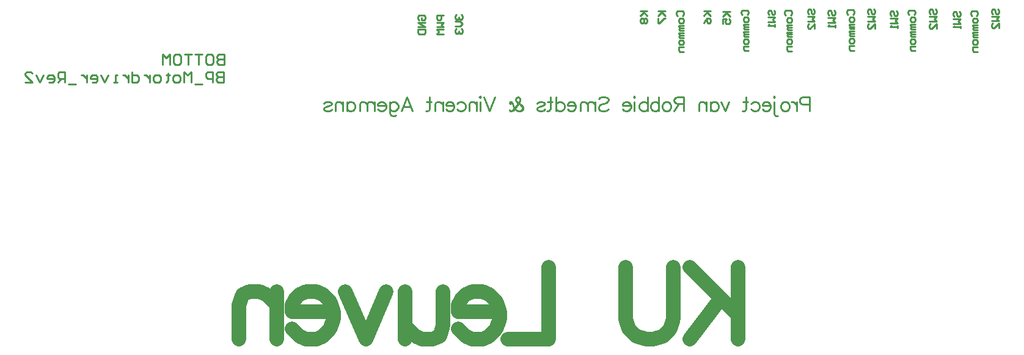
<source format=gbo>
G04 Layer_Color=32896*
%FSLAX44Y44*%
%MOMM*%
G71*
G01*
G75*
%ADD52C,0.2540*%
%ADD122C,2.0000*%
D52*
X741169Y961000D02*
X739503Y959334D01*
Y956002D01*
X741169Y954335D01*
X742835D01*
X744502Y956002D01*
Y957668D01*
Y956002D01*
X746168Y954335D01*
X747834D01*
X749500Y956002D01*
Y959334D01*
X747834Y961000D01*
X739503Y951003D02*
X746168D01*
X749500Y947671D01*
X746168Y944339D01*
X739503D01*
X741169Y941006D02*
X739503Y939340D01*
Y936008D01*
X741169Y934342D01*
X742835D01*
X744502Y936008D01*
Y937674D01*
Y936008D01*
X746168Y934342D01*
X747834D01*
X749500Y936008D01*
Y939340D01*
X747834Y941006D01*
X689669Y953335D02*
X688003Y955002D01*
Y958334D01*
X689669Y960000D01*
X696334D01*
X698000Y958334D01*
Y955002D01*
X696334Y953335D01*
X693002D01*
Y956668D01*
X698000Y950003D02*
X688003D01*
X698000Y943339D01*
X688003D01*
Y940006D02*
X698000D01*
Y935008D01*
X696334Y933342D01*
X689669D01*
X688003Y935008D01*
Y940006D01*
X723500Y960000D02*
X713503D01*
Y955002D01*
X715169Y953335D01*
X718502D01*
X720168Y955002D01*
Y960000D01*
X713503Y950003D02*
X723500D01*
X720168Y946671D01*
X723500Y943339D01*
X713503D01*
X723500Y940006D02*
X713503D01*
X716835Y936674D01*
X713503Y933342D01*
X723500D01*
X995503Y965500D02*
X1005500D01*
X1002168D01*
X995503Y958836D01*
X1000502Y963834D01*
X1005500Y958836D01*
X997169Y955503D02*
X995503Y953837D01*
Y950505D01*
X997169Y948839D01*
X998836D01*
X1000502Y950505D01*
X1002168Y948839D01*
X1003834D01*
X1005500Y950505D01*
Y953837D01*
X1003834Y955503D01*
X1002168D01*
X1000502Y953837D01*
X998836Y955503D01*
X997169D01*
X1000502Y953837D02*
Y950505D01*
X1020503Y965500D02*
X1030500D01*
X1027168D01*
X1020503Y958836D01*
X1025502Y963834D01*
X1030500Y958836D01*
X1020503Y955503D02*
Y948839D01*
X1022169D01*
X1028834Y955503D01*
X1030500D01*
X1083503Y965500D02*
X1093500D01*
X1090168D01*
X1083503Y958836D01*
X1088502Y963834D01*
X1093500Y958836D01*
X1083503Y948839D02*
X1085169Y952171D01*
X1088502Y955503D01*
X1091834D01*
X1093500Y953837D01*
Y950505D01*
X1091834Y948839D01*
X1090168D01*
X1088502Y950505D01*
Y955503D01*
X1110503Y964500D02*
X1120500D01*
X1117168D01*
X1110503Y957835D01*
X1115502Y962834D01*
X1120500Y957835D01*
X1110503Y947839D02*
Y954503D01*
X1115502D01*
X1113836Y951171D01*
Y949505D01*
X1115502Y947839D01*
X1118834D01*
X1120500Y949505D01*
Y952837D01*
X1118834Y954503D01*
X1229169Y961336D02*
X1227503Y963002D01*
Y966334D01*
X1229169Y968000D01*
X1230835D01*
X1232502Y966334D01*
Y963002D01*
X1234168Y961336D01*
X1235834D01*
X1237500Y963002D01*
Y966334D01*
X1235834Y968000D01*
X1227503Y958003D02*
X1237500D01*
X1234168Y954671D01*
X1237500Y951339D01*
X1227503D01*
X1237500Y941342D02*
Y948006D01*
X1230835Y941342D01*
X1229169D01*
X1227503Y943008D01*
Y946340D01*
X1229169Y948006D01*
X1312669Y961336D02*
X1311003Y963002D01*
Y966334D01*
X1312669Y968000D01*
X1314335D01*
X1316002Y966334D01*
Y963002D01*
X1317668Y961336D01*
X1319334D01*
X1321000Y963002D01*
Y966334D01*
X1319334Y968000D01*
X1311003Y958003D02*
X1321000D01*
X1317668Y954671D01*
X1321000Y951339D01*
X1311003D01*
X1321000Y941342D02*
Y948006D01*
X1314335Y941342D01*
X1312669D01*
X1311003Y943008D01*
Y946340D01*
X1312669Y948006D01*
X1398169Y961336D02*
X1396503Y963002D01*
Y966334D01*
X1398169Y968000D01*
X1399836D01*
X1401502Y966334D01*
Y963002D01*
X1403168Y961336D01*
X1404834D01*
X1406500Y963002D01*
Y966334D01*
X1404834Y968000D01*
X1396503Y958003D02*
X1406500D01*
X1403168Y954671D01*
X1406500Y951339D01*
X1396503D01*
X1406500Y941342D02*
Y948006D01*
X1399836Y941342D01*
X1398169D01*
X1396503Y943008D01*
Y946340D01*
X1398169Y948006D01*
X1484169Y961835D02*
X1482503Y963502D01*
Y966834D01*
X1484169Y968500D01*
X1485836D01*
X1487502Y966834D01*
Y963502D01*
X1489168Y961835D01*
X1490834D01*
X1492500Y963502D01*
Y966834D01*
X1490834Y968500D01*
X1482503Y958503D02*
X1492500D01*
X1489168Y955171D01*
X1492500Y951839D01*
X1482503D01*
X1492500Y941842D02*
Y948506D01*
X1485836Y941842D01*
X1484169D01*
X1482503Y943508D01*
Y946840D01*
X1484169Y948506D01*
X1431169Y958335D02*
X1429503Y960002D01*
Y963334D01*
X1431169Y965000D01*
X1432836D01*
X1434502Y963334D01*
Y960002D01*
X1436168Y958335D01*
X1437834D01*
X1439500Y960002D01*
Y963334D01*
X1437834Y965000D01*
X1429503Y955003D02*
X1439500D01*
X1436168Y951671D01*
X1439500Y948339D01*
X1429503D01*
X1439500Y945006D02*
Y941674D01*
Y943340D01*
X1429503D01*
X1431169Y945006D01*
X1343669Y958836D02*
X1342003Y960502D01*
Y963834D01*
X1343669Y965500D01*
X1345336D01*
X1347002Y963834D01*
Y960502D01*
X1348668Y958836D01*
X1350334D01*
X1352000Y960502D01*
Y963834D01*
X1350334Y965500D01*
X1342003Y955503D02*
X1352000D01*
X1348668Y952171D01*
X1352000Y948839D01*
X1342003D01*
X1352000Y945506D02*
Y942174D01*
Y943840D01*
X1342003D01*
X1343669Y945506D01*
X1257169Y959836D02*
X1255503Y961502D01*
Y964834D01*
X1257169Y966500D01*
X1258836D01*
X1260502Y964834D01*
Y961502D01*
X1262168Y959836D01*
X1263834D01*
X1265500Y961502D01*
Y964834D01*
X1263834Y966500D01*
X1255503Y956503D02*
X1265500D01*
X1262168Y953171D01*
X1265500Y949839D01*
X1255503D01*
X1265500Y946506D02*
Y943174D01*
Y944840D01*
X1255503D01*
X1257169Y946506D01*
X1174169Y960335D02*
X1172503Y962002D01*
Y965334D01*
X1174169Y967000D01*
X1175835D01*
X1177502Y965334D01*
Y962002D01*
X1179168Y960335D01*
X1180834D01*
X1182500Y962002D01*
Y965334D01*
X1180834Y967000D01*
X1172503Y957003D02*
X1182500D01*
X1179168Y953671D01*
X1182500Y950339D01*
X1172503D01*
X1182500Y947006D02*
Y943674D01*
Y945340D01*
X1172503D01*
X1174169Y947006D01*
X1455169Y959335D02*
X1453503Y961002D01*
Y964334D01*
X1455169Y966000D01*
X1461834D01*
X1463500Y964334D01*
Y961002D01*
X1461834Y959335D01*
X1463500Y954337D02*
Y951005D01*
X1461834Y949339D01*
X1458502D01*
X1456835Y951005D01*
Y954337D01*
X1458502Y956003D01*
X1461834D01*
X1463500Y954337D01*
Y946006D02*
X1456835D01*
Y944340D01*
X1458502Y942674D01*
X1463500D01*
X1458502D01*
X1456835Y941008D01*
X1458502Y939342D01*
X1463500D01*
Y936010D02*
X1456835D01*
Y934343D01*
X1458502Y932677D01*
X1463500D01*
X1458502D01*
X1456835Y931011D01*
X1458502Y929345D01*
X1463500D01*
Y924347D02*
Y921014D01*
X1461834Y919348D01*
X1458502D01*
X1456835Y921014D01*
Y924347D01*
X1458502Y926013D01*
X1461834D01*
X1463500Y924347D01*
Y916016D02*
X1456835D01*
Y911018D01*
X1458502Y909352D01*
X1463500D01*
X1368669Y960335D02*
X1367003Y962002D01*
Y965334D01*
X1368669Y967000D01*
X1375334D01*
X1377000Y965334D01*
Y962002D01*
X1375334Y960335D01*
X1377000Y955337D02*
Y952005D01*
X1375334Y950339D01*
X1372002D01*
X1370336Y952005D01*
Y955337D01*
X1372002Y957003D01*
X1375334D01*
X1377000Y955337D01*
Y947006D02*
X1370336D01*
Y945340D01*
X1372002Y943674D01*
X1377000D01*
X1372002D01*
X1370336Y942008D01*
X1372002Y940342D01*
X1377000D01*
Y937010D02*
X1370336D01*
Y935343D01*
X1372002Y933677D01*
X1377000D01*
X1372002D01*
X1370336Y932011D01*
X1372002Y930345D01*
X1377000D01*
Y925347D02*
Y922014D01*
X1375334Y920348D01*
X1372002D01*
X1370336Y922014D01*
Y925347D01*
X1372002Y927013D01*
X1375334D01*
X1377000Y925347D01*
Y917016D02*
X1370336D01*
Y912018D01*
X1372002Y910352D01*
X1377000D01*
X1283669Y960835D02*
X1282003Y962502D01*
Y965834D01*
X1283669Y967500D01*
X1290334D01*
X1292000Y965834D01*
Y962502D01*
X1290334Y960835D01*
X1292000Y955837D02*
Y952505D01*
X1290334Y950839D01*
X1287002D01*
X1285336Y952505D01*
Y955837D01*
X1287002Y957503D01*
X1290334D01*
X1292000Y955837D01*
Y947506D02*
X1285336D01*
Y945840D01*
X1287002Y944174D01*
X1292000D01*
X1287002D01*
X1285336Y942508D01*
X1287002Y940842D01*
X1292000D01*
Y937510D02*
X1285336D01*
Y935844D01*
X1287002Y934177D01*
X1292000D01*
X1287002D01*
X1285336Y932511D01*
X1287002Y930845D01*
X1292000D01*
Y925847D02*
Y922514D01*
X1290334Y920848D01*
X1287002D01*
X1285336Y922514D01*
Y925847D01*
X1287002Y927513D01*
X1290334D01*
X1292000Y925847D01*
Y917516D02*
X1285336D01*
Y912518D01*
X1287002Y910852D01*
X1292000D01*
X1197669Y959836D02*
X1196003Y961502D01*
Y964834D01*
X1197669Y966500D01*
X1204334D01*
X1206000Y964834D01*
Y961502D01*
X1204334Y959836D01*
X1206000Y954837D02*
Y951505D01*
X1204334Y949839D01*
X1201002D01*
X1199335Y951505D01*
Y954837D01*
X1201002Y956503D01*
X1204334D01*
X1206000Y954837D01*
Y946506D02*
X1199335D01*
Y944840D01*
X1201002Y943174D01*
X1206000D01*
X1201002D01*
X1199335Y941508D01*
X1201002Y939842D01*
X1206000D01*
Y936510D02*
X1199335D01*
Y934844D01*
X1201002Y933177D01*
X1206000D01*
X1201002D01*
X1199335Y931511D01*
X1201002Y929845D01*
X1206000D01*
Y924847D02*
Y921515D01*
X1204334Y919848D01*
X1201002D01*
X1199335Y921515D01*
Y924847D01*
X1201002Y926513D01*
X1204334D01*
X1206000Y924847D01*
Y916516D02*
X1199335D01*
Y911518D01*
X1201002Y909852D01*
X1206000D01*
X1137169Y960335D02*
X1135503Y962002D01*
Y965334D01*
X1137169Y967000D01*
X1143834D01*
X1145500Y965334D01*
Y962002D01*
X1143834Y960335D01*
X1145500Y955337D02*
Y952005D01*
X1143834Y950339D01*
X1140502D01*
X1138836Y952005D01*
Y955337D01*
X1140502Y957003D01*
X1143834D01*
X1145500Y955337D01*
Y947006D02*
X1138836D01*
Y945340D01*
X1140502Y943674D01*
X1145500D01*
X1140502D01*
X1138836Y942008D01*
X1140502Y940342D01*
X1145500D01*
Y937010D02*
X1138836D01*
Y935343D01*
X1140502Y933677D01*
X1145500D01*
X1140502D01*
X1138836Y932011D01*
X1140502Y930345D01*
X1145500D01*
Y925347D02*
Y922014D01*
X1143834Y920348D01*
X1140502D01*
X1138836Y922014D01*
Y925347D01*
X1140502Y927013D01*
X1143834D01*
X1145500Y925347D01*
Y917016D02*
X1138836D01*
Y912018D01*
X1140502Y910352D01*
X1145500D01*
X1047669Y958836D02*
X1046003Y960502D01*
Y963834D01*
X1047669Y965500D01*
X1054334D01*
X1056000Y963834D01*
Y960502D01*
X1054334Y958836D01*
X1056000Y953837D02*
Y950505D01*
X1054334Y948839D01*
X1051002D01*
X1049335Y950505D01*
Y953837D01*
X1051002Y955503D01*
X1054334D01*
X1056000Y953837D01*
Y945506D02*
X1049335D01*
Y943840D01*
X1051002Y942174D01*
X1056000D01*
X1051002D01*
X1049335Y940508D01*
X1051002Y938842D01*
X1056000D01*
Y935510D02*
X1049335D01*
Y933844D01*
X1051002Y932177D01*
X1056000D01*
X1051002D01*
X1049335Y930511D01*
X1051002Y928845D01*
X1056000D01*
Y923847D02*
Y920515D01*
X1054334Y918848D01*
X1051002D01*
X1049335Y920515D01*
Y923847D01*
X1051002Y925513D01*
X1054334D01*
X1056000Y923847D01*
Y915516D02*
X1049335D01*
Y910518D01*
X1051002Y908852D01*
X1056000D01*
X419000Y905995D02*
Y891000D01*
X411502D01*
X409003Y893499D01*
Y895998D01*
X411502Y898498D01*
X419000D01*
X411502D01*
X409003Y900997D01*
Y903496D01*
X411502Y905995D01*
X419000D01*
X396507D02*
X401506D01*
X404005Y903496D01*
Y893499D01*
X401506Y891000D01*
X396507D01*
X394008Y893499D01*
Y903496D01*
X396507Y905995D01*
X389010D02*
X379013D01*
X384011D01*
Y891000D01*
X374015Y905995D02*
X364018D01*
X369016D01*
Y891000D01*
X351522Y905995D02*
X356520D01*
X359019Y903496D01*
Y893499D01*
X356520Y891000D01*
X351522D01*
X349023Y893499D01*
Y903496D01*
X351522Y905995D01*
X344024Y891000D02*
Y905995D01*
X339026Y900997D01*
X334027Y905995D01*
Y891000D01*
X418500Y881495D02*
Y866500D01*
X411002D01*
X408503Y868999D01*
Y871498D01*
X411002Y873998D01*
X418500D01*
X411002D01*
X408503Y876497D01*
Y878996D01*
X411002Y881495D01*
X418500D01*
X403505Y866500D02*
Y881495D01*
X396007D01*
X393508Y878996D01*
Y873998D01*
X396007Y871498D01*
X403505D01*
X388510Y864001D02*
X378513D01*
X373515Y866500D02*
Y881495D01*
X368516Y876497D01*
X363518Y881495D01*
Y866500D01*
X356020D02*
X351022D01*
X348523Y868999D01*
Y873998D01*
X351022Y876497D01*
X356020D01*
X358519Y873998D01*
Y868999D01*
X356020Y866500D01*
X341025Y878996D02*
Y876497D01*
X343524D01*
X338526D01*
X341025D01*
Y868999D01*
X338526Y866500D01*
X328529D02*
X323531D01*
X321032Y868999D01*
Y873998D01*
X323531Y876497D01*
X328529D01*
X331028Y873998D01*
Y868999D01*
X328529Y866500D01*
X316033Y876497D02*
Y866500D01*
Y871498D01*
X313534Y873998D01*
X311035Y876497D01*
X308536D01*
X291041Y881495D02*
Y866500D01*
X298539D01*
X301038Y868999D01*
Y873998D01*
X298539Y876497D01*
X291041D01*
X286043D02*
Y866500D01*
Y871498D01*
X283544Y873998D01*
X281045Y876497D01*
X278545D01*
X271048Y866500D02*
X266049D01*
X268549D01*
Y876497D01*
X271048D01*
X258552D02*
X253553Y866500D01*
X248555Y876497D01*
X236059Y866500D02*
X241057D01*
X243557Y868999D01*
Y873998D01*
X241057Y876497D01*
X236059D01*
X233560Y873998D01*
Y871498D01*
X243557D01*
X228561Y876497D02*
Y866500D01*
Y871498D01*
X226062Y873998D01*
X223563Y876497D01*
X221064D01*
X213566Y864001D02*
X203570D01*
X198571Y866500D02*
Y881495D01*
X191074D01*
X188575Y878996D01*
Y873998D01*
X191074Y871498D01*
X198571D01*
X193573D02*
X188575Y866500D01*
X176078D02*
X181077D01*
X183576Y868999D01*
Y873998D01*
X181077Y876497D01*
X176078D01*
X173579Y873998D01*
Y871498D01*
X183576D01*
X168581Y876497D02*
X163582Y866500D01*
X158584Y876497D01*
X143589Y866500D02*
X153586D01*
X143589Y876497D01*
Y878996D01*
X146088Y881495D01*
X151087D01*
X153586Y878996D01*
X1230000Y836022D02*
X1221430D01*
X1218574Y836974D01*
X1217622Y837926D01*
X1216669Y839830D01*
Y842687D01*
X1217622Y844591D01*
X1218574Y845544D01*
X1221430Y846496D01*
X1230000D01*
Y826500D01*
X1212194Y839830D02*
Y826500D01*
Y834117D02*
X1211242Y836974D01*
X1209338Y838878D01*
X1207433Y839830D01*
X1204577D01*
X1198007D02*
X1199911Y838878D01*
X1201816Y836974D01*
X1202768Y834117D01*
Y832213D01*
X1201816Y829357D01*
X1199911Y827452D01*
X1198007Y826500D01*
X1195150D01*
X1193246Y827452D01*
X1191342Y829357D01*
X1190389Y832213D01*
Y834117D01*
X1191342Y836974D01*
X1193246Y838878D01*
X1195150Y839830D01*
X1198007D01*
X1182201Y846496D02*
X1181248Y845544D01*
X1180296Y846496D01*
X1181248Y847448D01*
X1182201Y846496D01*
X1181248Y839830D02*
Y823643D01*
X1182201Y820787D01*
X1184105Y819835D01*
X1186009D01*
X1176583Y834117D02*
X1165157D01*
Y836022D01*
X1166109Y837926D01*
X1167061Y838878D01*
X1168966Y839830D01*
X1171822D01*
X1173726Y838878D01*
X1175631Y836974D01*
X1176583Y834117D01*
Y832213D01*
X1175631Y829357D01*
X1173726Y827452D01*
X1171822Y826500D01*
X1168966D01*
X1167061Y827452D01*
X1165157Y829357D01*
X1149446Y836974D02*
X1151350Y838878D01*
X1153254Y839830D01*
X1156111D01*
X1158015Y838878D01*
X1159920Y836974D01*
X1160872Y834117D01*
Y832213D01*
X1159920Y829357D01*
X1158015Y827452D01*
X1156111Y826500D01*
X1153254D01*
X1151350Y827452D01*
X1149446Y829357D01*
X1142305Y846496D02*
Y830309D01*
X1141352Y827452D01*
X1139448Y826500D01*
X1137544D01*
X1145161Y839830D02*
X1138496D01*
X1118976D02*
X1113263Y826500D01*
X1107550Y839830D02*
X1113263Y826500D01*
X1092887Y839830D02*
Y826500D01*
Y836974D02*
X1094791Y838878D01*
X1096695Y839830D01*
X1099552D01*
X1101456Y838878D01*
X1103361Y836974D01*
X1104313Y834117D01*
Y832213D01*
X1103361Y829357D01*
X1101456Y827452D01*
X1099552Y826500D01*
X1096695D01*
X1094791Y827452D01*
X1092887Y829357D01*
X1087554Y839830D02*
Y826500D01*
Y836022D02*
X1084698Y838878D01*
X1082793Y839830D01*
X1079937D01*
X1078033Y838878D01*
X1077080Y836022D01*
Y826500D01*
X1056133Y846496D02*
Y826500D01*
Y846496D02*
X1047563D01*
X1044706Y845544D01*
X1043754Y844591D01*
X1042802Y842687D01*
Y840783D01*
X1043754Y838878D01*
X1044706Y837926D01*
X1047563Y836974D01*
X1056133D01*
X1049467D02*
X1042802Y826500D01*
X1033566Y839830D02*
X1035470Y838878D01*
X1037375Y836974D01*
X1038327Y834117D01*
Y832213D01*
X1037375Y829357D01*
X1035470Y827452D01*
X1033566Y826500D01*
X1030709D01*
X1028805Y827452D01*
X1026901Y829357D01*
X1025948Y832213D01*
Y834117D01*
X1026901Y836974D01*
X1028805Y838878D01*
X1030709Y839830D01*
X1033566D01*
X1021569Y846496D02*
Y826500D01*
Y836974D02*
X1019664Y838878D01*
X1017760Y839830D01*
X1014903D01*
X1012999Y838878D01*
X1011095Y836974D01*
X1010142Y834117D01*
Y832213D01*
X1011095Y829357D01*
X1012999Y827452D01*
X1014903Y826500D01*
X1017760D01*
X1019664Y827452D01*
X1021569Y829357D01*
X1005858Y846496D02*
Y826500D01*
Y836974D02*
X1003953Y838878D01*
X1002049Y839830D01*
X999192D01*
X997288Y838878D01*
X995384Y836974D01*
X994431Y834117D01*
Y832213D01*
X995384Y829357D01*
X997288Y827452D01*
X999192Y826500D01*
X1002049D01*
X1003953Y827452D01*
X1005858Y829357D01*
X988242Y846496D02*
X987290Y845544D01*
X986338Y846496D01*
X987290Y847448D01*
X988242Y846496D01*
X987290Y839830D02*
Y826500D01*
X982815Y834117D02*
X971389D01*
Y836022D01*
X972341Y837926D01*
X973293Y838878D01*
X975198Y839830D01*
X978054D01*
X979958Y838878D01*
X981863Y836974D01*
X982815Y834117D01*
Y832213D01*
X981863Y829357D01*
X979958Y827452D01*
X978054Y826500D01*
X975198D01*
X973293Y827452D01*
X971389Y829357D01*
X938063Y843639D02*
X939967Y845544D01*
X942823Y846496D01*
X946632D01*
X949489Y845544D01*
X951393Y843639D01*
Y841735D01*
X950441Y839830D01*
X949489Y838878D01*
X947584Y837926D01*
X941871Y836022D01*
X939967Y835070D01*
X939015Y834117D01*
X938063Y832213D01*
Y829357D01*
X939967Y827452D01*
X942823Y826500D01*
X946632D01*
X949489Y827452D01*
X951393Y829357D01*
X933587Y839830D02*
Y826500D01*
Y836022D02*
X930731Y838878D01*
X928826Y839830D01*
X925970D01*
X924065Y838878D01*
X923113Y836022D01*
Y826500D01*
Y836022D02*
X920257Y838878D01*
X918353Y839830D01*
X915496D01*
X913592Y838878D01*
X912639Y836022D01*
Y826500D01*
X906355Y834117D02*
X894929D01*
Y836022D01*
X895881Y837926D01*
X896833Y838878D01*
X898738Y839830D01*
X901594D01*
X903499Y838878D01*
X905403Y836974D01*
X906355Y834117D01*
Y832213D01*
X905403Y829357D01*
X903499Y827452D01*
X901594Y826500D01*
X898738D01*
X896833Y827452D01*
X894929Y829357D01*
X879218Y846496D02*
Y826500D01*
Y836974D02*
X881122Y838878D01*
X883027Y839830D01*
X885883D01*
X887788Y838878D01*
X889692Y836974D01*
X890644Y834117D01*
Y832213D01*
X889692Y829357D01*
X887788Y827452D01*
X885883Y826500D01*
X883027D01*
X881122Y827452D01*
X879218Y829357D01*
X871029Y846496D02*
Y830309D01*
X870077Y827452D01*
X868173Y826500D01*
X866268D01*
X873886Y839830D02*
X867221D01*
X852938Y836974D02*
X853890Y838878D01*
X856747Y839830D01*
X859603D01*
X862460Y838878D01*
X863412Y836974D01*
X862460Y835070D01*
X860555Y834117D01*
X855795Y833165D01*
X853890Y832213D01*
X852938Y830309D01*
Y829357D01*
X853890Y827452D01*
X856747Y826500D01*
X859603D01*
X862460Y827452D01*
X863412Y829357D01*
X815898Y838878D02*
X816850Y837926D01*
X815898Y836974D01*
X814946Y837926D01*
Y838878D01*
X815898Y839830D01*
X816850D01*
X817803Y838878D01*
X818755Y836974D01*
X820659Y832213D01*
X822563Y829357D01*
X824468Y827452D01*
X826372Y826500D01*
X829229D01*
X832085Y827452D01*
X833037Y829357D01*
Y832213D01*
X832085Y834117D01*
X826372Y837926D01*
X824468Y839830D01*
X823516Y841735D01*
Y843639D01*
X824468Y845544D01*
X826372Y846496D01*
X828277Y845544D01*
X829229Y843639D01*
Y841735D01*
X828277Y838878D01*
X826372Y836022D01*
X821611Y829357D01*
X819707Y827452D01*
X816850Y826500D01*
X815898D01*
X814946Y827452D01*
Y828404D01*
X829229Y826500D02*
X831133Y827452D01*
X832085Y829357D01*
Y832213D01*
X831133Y834117D01*
X829229Y836022D01*
Y841735D02*
X828277Y839830D01*
X820659Y829357D01*
X818755Y827452D01*
X816850Y826500D01*
X794284Y846496D02*
X786666Y826500D01*
X779049Y846496D02*
X786666Y826500D01*
X774574Y846496D02*
X773622Y845544D01*
X772669Y846496D01*
X773622Y847448D01*
X774574Y846496D01*
X773622Y839830D02*
Y826500D01*
X769146Y839830D02*
Y826500D01*
Y836022D02*
X766290Y838878D01*
X764385Y839830D01*
X761529D01*
X759624Y838878D01*
X758672Y836022D01*
Y826500D01*
X742009Y836974D02*
X743914Y838878D01*
X745818Y839830D01*
X748674D01*
X750579Y838878D01*
X752483Y836974D01*
X753435Y834117D01*
Y832213D01*
X752483Y829357D01*
X750579Y827452D01*
X748674Y826500D01*
X745818D01*
X743914Y827452D01*
X742009Y829357D01*
X737725Y834117D02*
X726298D01*
Y836022D01*
X727251Y837926D01*
X728203Y838878D01*
X730107Y839830D01*
X732964D01*
X734868Y838878D01*
X736772Y836974D01*
X737725Y834117D01*
Y832213D01*
X736772Y829357D01*
X734868Y827452D01*
X732964Y826500D01*
X730107D01*
X728203Y827452D01*
X726298Y829357D01*
X722014Y839830D02*
Y826500D01*
Y836022D02*
X719157Y838878D01*
X717253Y839830D01*
X714396D01*
X712492Y838878D01*
X711540Y836022D01*
Y826500D01*
X703446Y846496D02*
Y830309D01*
X702494Y827452D01*
X700590Y826500D01*
X698685D01*
X706303Y839830D02*
X699637D01*
X664883Y826500D02*
X672500Y846496D01*
X680118Y826500D01*
X677261Y833165D02*
X667739D01*
X648791Y839830D02*
Y824596D01*
X649743Y821739D01*
X650695Y820787D01*
X652600Y819835D01*
X655456D01*
X657361Y820787D01*
X648791Y836974D02*
X650695Y838878D01*
X652600Y839830D01*
X655456D01*
X657361Y838878D01*
X659265Y836974D01*
X660217Y834117D01*
Y832213D01*
X659265Y829357D01*
X657361Y827452D01*
X655456Y826500D01*
X652600D01*
X650695Y827452D01*
X648791Y829357D01*
X643459Y834117D02*
X632033D01*
Y836022D01*
X632985Y837926D01*
X633937Y838878D01*
X635842Y839830D01*
X638698D01*
X640602Y838878D01*
X642507Y836974D01*
X643459Y834117D01*
Y832213D01*
X642507Y829357D01*
X640602Y827452D01*
X638698Y826500D01*
X635842D01*
X633937Y827452D01*
X632033Y829357D01*
X627748Y839830D02*
Y826500D01*
Y836022D02*
X624892Y838878D01*
X622987Y839830D01*
X620131D01*
X618226Y838878D01*
X617274Y836022D01*
Y826500D01*
Y836022D02*
X614418Y838878D01*
X612513Y839830D01*
X609657D01*
X607752Y838878D01*
X606800Y836022D01*
Y826500D01*
X589090Y839830D02*
Y826500D01*
Y836974D02*
X590994Y838878D01*
X592898Y839830D01*
X595755D01*
X597659Y838878D01*
X599564Y836974D01*
X600516Y834117D01*
Y832213D01*
X599564Y829357D01*
X597659Y827452D01*
X595755Y826500D01*
X592898D01*
X590994Y827452D01*
X589090Y829357D01*
X583758Y839830D02*
Y826500D01*
Y836022D02*
X580901Y838878D01*
X578997Y839830D01*
X576140D01*
X574236Y838878D01*
X573284Y836022D01*
Y826500D01*
X557573Y836974D02*
X558525Y838878D01*
X561381Y839830D01*
X564238D01*
X567094Y838878D01*
X568046Y836974D01*
X567094Y835070D01*
X565190Y834117D01*
X560429Y833165D01*
X558525Y832213D01*
X557573Y830309D01*
Y829357D01*
X558525Y827452D01*
X561381Y826500D01*
X564238D01*
X567094Y827452D01*
X568046Y829357D01*
D122*
X1131000Y609979D02*
Y510000D01*
X1064348Y609979D02*
X1131000Y543326D01*
X1107196Y567131D02*
X1064348Y510000D01*
X1041971Y609979D02*
Y538565D01*
X1037211Y524283D01*
X1027689Y514761D01*
X1013406Y510000D01*
X1003884D01*
X989602Y514761D01*
X980080Y524283D01*
X975319Y538565D01*
Y609979D01*
X869151D02*
Y510000D01*
X812021D01*
X801071Y548087D02*
X743940D01*
Y557609D01*
X748701Y567131D01*
X753462Y571892D01*
X762984Y576652D01*
X777266D01*
X786788Y571892D01*
X796310Y562370D01*
X801071Y548087D01*
Y538565D01*
X796310Y524283D01*
X786788Y514761D01*
X777266Y510000D01*
X762984D01*
X753462Y514761D01*
X743940Y524283D01*
X722516Y576652D02*
Y529044D01*
X717755Y514761D01*
X708233Y510000D01*
X693951D01*
X684429Y514761D01*
X670146Y529044D01*
Y576652D02*
Y510000D01*
X643961Y576652D02*
X615396Y510000D01*
X586831Y576652D02*
X615396Y510000D01*
X570644Y548087D02*
X513513D01*
Y557609D01*
X518274Y567131D01*
X523035Y571892D01*
X532557Y576652D01*
X546839D01*
X556361Y571892D01*
X565883Y562370D01*
X570644Y548087D01*
Y538565D01*
X565883Y524283D01*
X556361Y514761D01*
X546839Y510000D01*
X532557D01*
X523035Y514761D01*
X513513Y524283D01*
X492089Y576652D02*
Y510000D01*
Y557609D02*
X477807Y571892D01*
X468285Y576652D01*
X454002D01*
X444480Y571892D01*
X439720Y557609D01*
Y510000D01*
M02*

</source>
